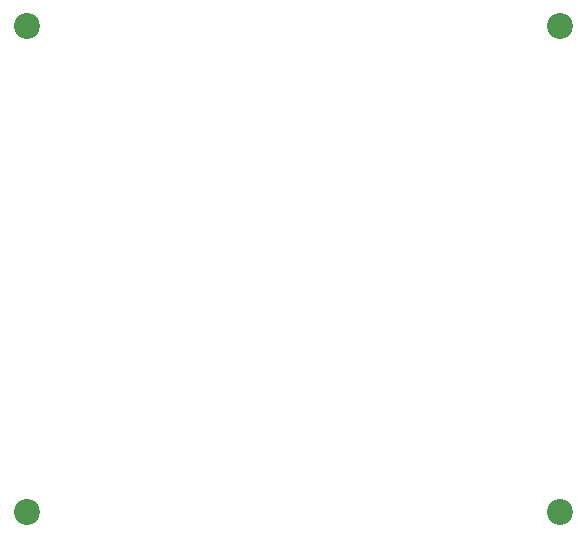
<source format=gbr>
%TF.GenerationSoftware,KiCad,Pcbnew,9.0.5-9.0.5~ubuntu24.04.1*%
%TF.CreationDate,2025-11-03T22:00:50+08:00*%
%TF.ProjectId,TPS,5450532e-6b69-4636-9164-5f7063625858,rev?*%
%TF.SameCoordinates,Original*%
%TF.FileFunction,Soldermask,Top*%
%TF.FilePolarity,Negative*%
%FSLAX46Y46*%
G04 Gerber Fmt 4.6, Leading zero omitted, Abs format (unit mm)*
G04 Created by KiCad (PCBNEW 9.0.5-9.0.5~ubuntu24.04.1) date 2025-11-03 22:00:50*
%MOMM*%
%LPD*%
G01*
G04 APERTURE LIST*
%ADD10C,2.200000*%
G04 APERTURE END LIST*
D10*
%TO.C,H2*%
X85775000Y-72386000D03*
%TD*%
%TO.C,H1*%
X40661000Y-72386000D03*
%TD*%
%TO.C,H7*%
X85775000Y-31200000D03*
%TD*%
%TO.C,H6*%
X40661000Y-31200000D03*
%TD*%
M02*

</source>
